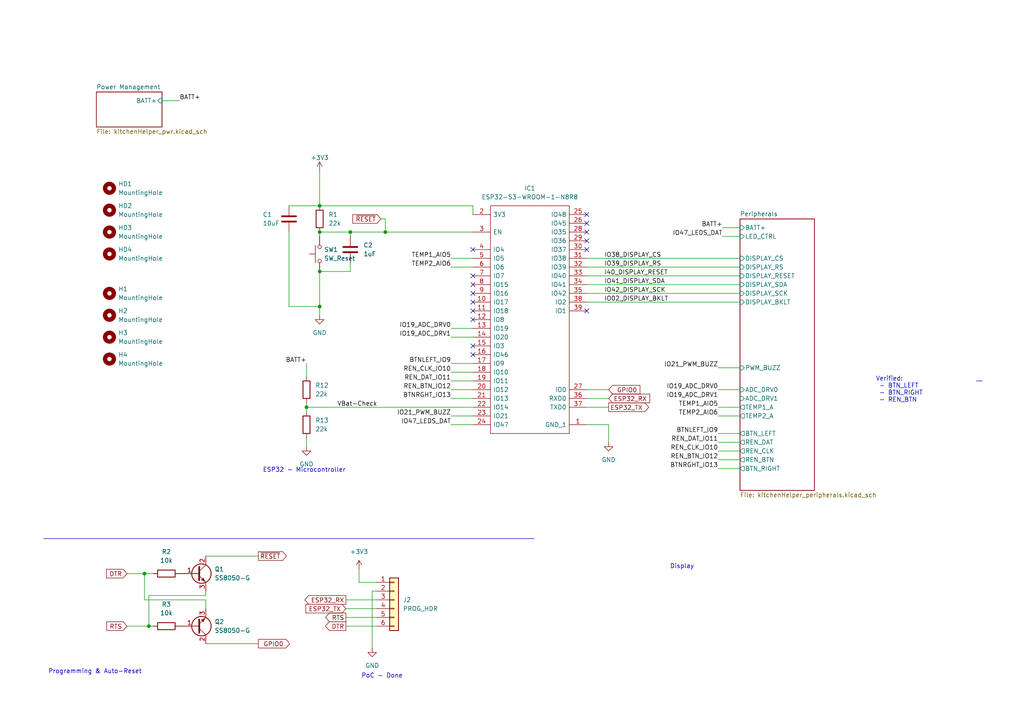
<source format=kicad_sch>
(kicad_sch (version 20211123) (generator eeschema)
  (paper "A4")
  (title_block (title "Kitchen Helper") (rev "1") (company "chof.org"))
  (lib_symbols
    (symbol "Connector_Generic:Conn_01x06" (pin_names (offset 1.016) hide)
      (property "Reference" "J" (at 0 7.62 0))
      (property "Value" "Conn_01x06" (at 0 -10.16 0))
      (symbol "Conn_01x06_1_1"
        (rectangle (start -1.27 -7.493) (end 0 -7.747) (stroke (width 0.1524)))
        (rectangle (start -1.27 -4.953) (end 0 -5.207) (stroke (width 0.1524)))
        (rectangle (start -1.27 -2.413) (end 0 -2.667) (stroke (width 0.1524)))
        (rectangle (start -1.27 0.127) (end 0 -0.127) (stroke (width 0.1524)))
        (rectangle (start -1.27 2.667) (end 0 2.413) (stroke (width 0.1524)))
        (rectangle (start -1.27 5.207) (end 0 4.953) (stroke (width 0.1524)))
        (rectangle (start -1.27 6.35) (end 1.27 -8.89) (stroke (width 0.254)) (fill (type background)))
        (pin passive line (at -5.08 5.08 0) (length 3.81) (name "Pin_1") (number "1"))
        (pin passive line (at -5.08 2.54 0) (length 3.81) (name "Pin_2") (number "2"))
        (pin passive line (at -5.08 0 0) (length 3.81) (name "Pin_3") (number "3"))
        (pin passive line (at -5.08 -2.54 0) (length 3.81) (name "Pin_4") (number "4"))
        (pin passive line (at -5.08 -5.08 0) (length 3.81) (name "Pin_5") (number "5"))
        (pin passive line (at -5.08 -7.62 0) (length 3.81) (name "Pin_6") (number "6"))
      )
    )
    (symbol "Device:C" (pin_numbers hide) (pin_names (offset 0.254))
      (property "Reference" "C" (at 0.635 2.54 0))
      (property "Value" "C" (at 0.635 -2.54 0))
      (symbol "C_0_1"
        (polyline (pts (xy -2.032 -0.762) (xy 2.032 -0.762)) (stroke (width 0.508)))
        (polyline (pts (xy -2.032 0.762) (xy 2.032 0.762)) (stroke (width 0.508)))
      )
      (symbol "C_1_1"
        (pin passive line (at 0 3.81 270) (length 2.794) (name "~") (number "1"))
        (pin passive line (at 0 -3.81 90) (length 2.794) (name "~") (number "2"))
      )
    )
    (symbol "Device:Q_NPN_BCE" (pin_names (offset 0) hide)
      (property "Reference" "Q" (at 5.08 1.27 0))
      (property "Value" "Q_NPN_BCE" (at 5.08 -1.27 0))
      (symbol "Q_NPN_BCE_0_1"
        (polyline (pts (xy 0.635 0.635) (xy 2.54 2.54)))
        (polyline (pts (xy 0.635 -0.635) (xy 2.54 -2.54) (xy 2.54 -2.54)))
        (polyline (pts (xy 0.635 1.905) (xy 0.635 -1.905) (xy 0.635 -1.905)) (stroke (width 0.508)))
        (polyline (pts (xy 1.27 -1.778) (xy 1.778 -1.27) (xy 2.286 -2.286) (xy 1.27 -1.778) (xy 1.27 -1.778)) (fill (type outline)))
        (circle (center 1.27 0) (radius 2.8194) (stroke (width 0.254)))
      )
      (symbol "Q_NPN_BCE_1_1"
        (pin input line (at -5.08 0 0) (length 5.715) (name "B") (number "1"))
        (pin passive line (at 2.54 5.08 270) (length 2.54) (name "C") (number "2"))
        (pin passive line (at 2.54 -5.08 90) (length 2.54) (name "E") (number "3"))
      )
    )
    (symbol "Device:R" (pin_numbers hide) (pin_names (offset 0))
      (property "Reference" "R" (at 2.032 0 90))
      (property "Value" "R" (at 0 0 90))
      (symbol "R_0_1"
        (rectangle (start -1.016 -2.54) (end 1.016 2.54) (stroke (width 0.254)))
      )
      (symbol "R_1_1"
        (pin passive line (at 0 3.81 270) (length 1.27) (name "~") (number "1"))
        (pin passive line (at 0 -3.81 90) (length 1.27) (name "~") (number "2"))
      )
    )
    (symbol "ESP32-S3-WROOM-1-N8R8:ESP32-S3-WROOM-1-N8R8" (pin_names (offset 0.762))
      (property "Reference" "IC" (at 12.7 36.83 0))
      (property "Value" "ESP32-S3-WROOM-1-N8R8" (at 12.7 34.29 0))
      (symbol "ESP32-S3-WROOM-1-N8R8_0_0"
        (pin power_in line (at 16.51 -31.75 180) (length 5.08) (name "GND_1") (number "1"))
        (pin bidirectional line (at -16.51 3.81 0) (length 5.08) (name "IO17") (number "10"))
        (pin bidirectional line (at -16.51 1.27 0) (length 5.08) (name "IO18") (number "11"))
        (pin bidirectional line (at -16.51 -1.27 0) (length 5.08) (name "IO8") (number "12"))
        (pin bidirectional line (at -16.51 -3.81 0) (length 5.08) (name "IO19") (number "13"))
        (pin bidirectional line (at -16.51 -6.35 0) (length 5.08) (name "IO20") (number "14"))
        (pin bidirectional line (at -16.51 -8.89 0) (length 5.08) (name "IO3") (number "15"))
        (pin bidirectional line (at -16.51 -11.43 0) (length 5.08) (name "IO46") (number "16"))
        (pin bidirectional line (at -16.51 -13.97 0) (length 5.08) (name "IO9") (number "17"))
        (pin bidirectional line (at -16.51 -16.51 0) (length 5.08) (name "IO10") (number "18"))
        (pin bidirectional line (at -16.51 -19.05 0) (length 5.08) (name "IO11") (number "19"))
        (pin power_in line (at -16.51 29.21 0) (length 5.08) (name "3V3") (number "2"))
        (pin bidirectional line (at -16.51 -21.59 0) (length 5.08) (name "IO12") (number "20"))
        (pin bidirectional line (at -16.51 -24.13 0) (length 5.08) (name "IO13") (number "21"))
        (pin bidirectional line (at -16.51 -26.67 0) (length 5.08) (name "IO14") (number "22"))
        (pin bidirectional line (at -16.51 -29.21 0) (length 5.08) (name "IO21") (number "23"))
        (pin bidirectional line (at -16.51 -31.75 0) (length 5.08) (name "IO47") (number "24"))
        (pin bidirectional line (at 16.51 29.21 180) (length 5.08) (name "IO48") (number "25"))
        (pin bidirectional line (at 16.51 26.67 180) (length 5.08) (name "IO45") (number "26"))
        (pin bidirectional line (at 16.51 -21.59 180) (length 5.08) (name "IO0") (number "27"))
        (pin bidirectional line (at 16.51 24.13 180) (length 5.08) (name "IO35") (number "28"))
        (pin bidirectional line (at 16.51 21.59 180) (length 5.08) (name "IO36") (number "29"))
        (pin input line (at -16.51 24.13 0) (length 5.08) (name "EN") (number "3"))
        (pin bidirectional line (at 16.51 19.05 180) (length 5.08) (name "IO37") (number "30"))
        (pin bidirectional line (at 16.51 16.51 180) (length 5.08) (name "IO38") (number "31"))
        (pin bidirectional line (at 16.51 13.97 180) (length 5.08) (name "IO39") (number "32"))
        (pin bidirectional line (at 16.51 11.43 180) (length 5.08) (name "IO40") (number "33"))
        (pin bidirectional line (at 16.51 8.89 180) (length 5.08) (name "IO41") (number "34"))
        (pin bidirectional line (at 16.51 6.35 180) (length 5.08) (name "IO42") (number "35"))
        (pin bidirectional line (at 16.51 -24.13 180) (length 5.08) (name "RXD0") (number "36"))
        (pin bidirectional line (at 16.51 -26.67 180) (length 5.08) (name "TXD0") (number "37"))
        (pin bidirectional line (at 16.51 3.81 180) (length 5.08) (name "IO2") (number "38"))
        (pin bidirectional line (at 16.51 1.27 180) (length 5.08) (name "IO1") (number "39"))
        (pin bidirectional line (at -16.51 19.05 0) (length 5.08) (name "IO4") (number "4"))
        (pin bidirectional line (at -16.51 16.51 0) (length 5.08) (name "IO5") (number "5"))
        (pin bidirectional line (at -16.51 13.97 0) (length 5.08) (name "IO6") (number "6"))
        (pin bidirectional line (at -16.51 11.43 0) (length 5.08) (name "IO7") (number "7"))
        (pin bidirectional line (at -16.51 8.89 0) (length 5.08) (name "IO15") (number "8"))
        (pin bidirectional line (at -16.51 6.35 0) (length 5.08) (name "IO16") (number "9"))
      )
      (symbol "ESP32-S3-WROOM-1-N8R8_0_1"
        (polyline (pts (xy -11.43 31.75) (xy 11.43 31.75) (xy 11.43 -34.29) (xy -11.43 -34.29) (xy -11.43 31.75)) (stroke (width 0.1524)))
      )
    )
    (symbol "Mechanical:MountingHole" (pin_names (offset 1.016))
      (property "Reference" "H" (at 0 5.08 0))
      (property "Value" "MountingHole" (at 0 3.175 0))
      (symbol "MountingHole_0_1"
        (circle (center 0 0) (radius 1.27) (stroke (width 1.27)))
      )
    )
    (symbol "Switch:SW_Push" (pin_numbers hide) (pin_names (offset 1.016) hide)
      (property "Reference" "SW" (at 1.27 2.54 0))
      (property "Value" "SW_Push" (at 0 -1.524 0))
      (symbol "SW_Push_0_1"
        (circle (center -2.032 0) (radius 0.508))
        (polyline (pts (xy 0 1.27) (xy 0 3.048)))
        (polyline (pts (xy 2.54 1.27) (xy -2.54 1.27)))
        (circle (center 2.032 0) (radius 0.508))
        (pin passive line (at -5.08 0 0) (length 2.54) (name "1") (number "1"))
        (pin passive line (at 5.08 0 180) (length 2.54) (name "2") (number "2"))
      )
    )
    (symbol "power:+3.3V" (power) (pin_names (offset 0))
      (property "Value" "+3.3V" (at 0 3.556 0))
      (symbol "+3.3V_0_1"
        (polyline (pts (xy -0.762 1.27) (xy 0 2.54)))
        (polyline (pts (xy 0 0) (xy 0 2.54)))
        (polyline (pts (xy 0 2.54) (xy 0.762 1.27)))
      )
      (symbol "+3.3V_1_1"
        (pin power_in line (at 0 0 90) (length 0) hide (name "+3V3") (number "1"))
      )
    )
    (symbol "power:+3V3" (power) (pin_names (offset 0))
      (property "Value" "+3V3" (at 0 3.556 0))
      (symbol "+3V3_0_1"
        (polyline (pts (xy -0.762 1.27) (xy 0 2.54)))
        (polyline (pts (xy 0 0) (xy 0 2.54)))
        (polyline (pts (xy 0 2.54) (xy 0.762 1.27)))
      )
      (symbol "+3V3_1_1"
        (pin power_in line (at 0 0 90) (length 0) hide (name "+3V3") (number "1"))
      )
    )
    (symbol "power:GND" (power) (pin_names (offset 0))
      (property "Value" "GND" (at 0 -3.81 0))
      (symbol "GND_0_1"
        (polyline (pts (xy 0 0) (xy 0 -1.27) (xy 1.27 -1.27) (xy 0 -2.54) (xy -1.27 -1.27) (xy 0 -1.27)))
      )
      (symbol "GND_1_1"
        (pin power_in line (at 0 0 270) (length 0) hide (name "GND") (number "1"))
      )
    )
  )
  (junction (at 88.9 118.11))
  (junction (at 111.76 67.31))
  (junction (at 92.71 88.9))
  (junction (at 92.71 78.74))
  (junction (at 43.18 181.61))
  (junction (at 92.71 59.69))
  (junction (at 41.91 166.37))
  (junction (at 92.71 67.31))
  (junction (at 101.6 67.31))
  (no_connect (at 170.18 69.85))
  (no_connect (at 137.16 80.01))
  (no_connect (at 170.18 90.17))
  (no_connect (at 137.16 87.63))
  (no_connect (at 137.16 102.87))
  (no_connect (at 137.16 90.17))
  (no_connect (at 170.18 72.39))
  (no_connect (at 170.18 67.31))
  (no_connect (at 170.18 62.23))
  (no_connect (at 170.18 64.77))
  (no_connect (at 137.16 92.71))
  (no_connect (at 137.16 82.55))
  (no_connect (at 137.16 72.39))
  (no_connect (at 137.16 85.09))
  (no_connect (at 137.16 100.33))
  (wire (pts (xy 111.76 67.31) (xy 137.16 67.31)))
  (wire (pts (xy 130.81 110.49) (xy 137.16 110.49)))
  (wire (pts (xy 104.14 165.1) (xy 104.14 168.91)))
  (wire (pts (xy 130.81 95.25) (xy 137.16 95.25)))
  (wire (pts (xy 209.55 66.04) (xy 214.63 66.04)))
  (wire (pts (xy 176.53 123.19) (xy 176.53 128.27)))
  (wire (pts (xy 170.18 123.19) (xy 176.53 123.19)))
  (wire (pts (xy 101.6 76.2) (xy 101.6 78.74)))
  (wire (pts (xy 88.9 118.11) (xy 88.9 119.38)))
  (wire (pts (xy 100.33 179.07) (xy 109.22 179.07)))
  (wire (pts (xy 130.81 115.57) (xy 137.16 115.57)))
  (wire (pts (xy 130.81 74.93) (xy 137.16 74.93)))
  (wire (pts (xy 92.71 78.74) (xy 92.71 88.9)))
  (wire (pts (xy 100.33 173.99) (xy 109.22 173.99)))
  (wire (pts (xy 130.81 113.03) (xy 137.16 113.03)))
  (wire (pts (xy 88.9 116.84) (xy 88.9 118.11)))
  (wire (pts (xy 170.18 77.47) (xy 214.63 77.47)))
  (wire (pts (xy 130.81 77.47) (xy 137.16 77.47)))
  (wire (pts (xy 41.91 173.99) (xy 59.69 173.99)))
  (wire (pts (xy 130.81 107.95) (xy 137.16 107.95)))
  (wire (pts (xy 88.9 118.11) (xy 137.16 118.11)))
  (wire (pts (xy 208.28 120.65) (xy 214.63 120.65)))
  (wire (pts (xy 36.83 181.61) (xy 43.18 181.61)))
  (polyline (pts (xy 283.21 110.49) (xy 285.0197 110.4809)))
  (wire (pts (xy 101.6 67.31) (xy 111.76 67.31)))
  (wire (pts (xy 43.18 172.72) (xy 43.18 181.61)))
  (wire (pts (xy 130.81 97.79) (xy 137.16 97.79)))
  (wire (pts (xy 92.71 67.31) (xy 101.6 67.31)))
  (wire (pts (xy 92.71 78.74) (xy 101.6 78.74)))
  (wire (pts (xy 59.69 173.99) (xy 59.69 176.53)))
  (wire (pts (xy 130.81 120.65) (xy 137.16 120.65)))
  (wire (pts (xy 209.55 68.58) (xy 214.63 68.58)))
  (wire (pts (xy 208.28 128.27) (xy 214.63 128.27)))
  (wire (pts (xy 170.18 80.01) (xy 214.63 80.01)))
  (wire (pts (xy 170.18 87.63) (xy 214.63 87.63)))
  (wire (pts (xy 43.18 181.61) (xy 44.45 181.61)))
  (wire (pts (xy 111.76 63.5) (xy 111.76 67.31)))
  (wire (pts (xy 59.69 186.69) (xy 74.93 186.69)))
  (wire (pts (xy 100.33 176.53) (xy 109.22 176.53)))
  (wire (pts (xy 88.9 127) (xy 88.9 129.54)))
  (wire (pts (xy 46.99 29.21) (xy 52.07 29.21)))
  (wire (pts (xy 208.28 125.73) (xy 214.63 125.73)))
  (wire (pts (xy 92.71 49.53) (xy 92.71 59.69)))
  (wire (pts (xy 36.83 166.37) (xy 41.91 166.37)))
  (wire (pts (xy 59.69 171.45) (xy 59.69 172.72)))
  (wire (pts (xy 130.81 123.19) (xy 137.16 123.19)))
  (wire (pts (xy 170.18 115.57) (xy 176.53 115.57)))
  (wire (pts (xy 208.28 113.03) (xy 214.63 113.03)))
  (wire (pts (xy 109.22 171.45) (xy 107.95 171.45)))
  (wire (pts (xy 83.82 59.69) (xy 92.71 59.69)))
  (wire (pts (xy 88.9 105.41) (xy 88.9 109.22)))
  (wire (pts (xy 43.18 172.72) (xy 59.69 172.72)))
  (wire (pts (xy 83.82 67.31) (xy 83.82 88.9)))
  (wire (pts (xy 208.28 135.89) (xy 214.63 135.89)))
  (wire (pts (xy 100.33 181.61) (xy 109.22 181.61)))
  (wire (pts (xy 208.28 130.81) (xy 214.63 130.81)))
  (wire (pts (xy 137.16 59.69) (xy 137.16 62.23)))
  (wire (pts (xy 101.6 67.31) (xy 101.6 68.58)))
  (wire (pts (xy 130.81 105.41) (xy 137.16 105.41)))
  (wire (pts (xy 83.82 88.9) (xy 92.71 88.9)))
  (wire (pts (xy 170.18 118.11) (xy 176.53 118.11)))
  (wire (pts (xy 59.69 161.29) (xy 74.93 161.29)))
  (wire (pts (xy 208.28 106.68) (xy 214.63 106.68)))
  (wire (pts (xy 92.71 59.69) (xy 137.16 59.69)))
  (wire (pts (xy 170.18 82.55) (xy 214.63 82.55)))
  (wire (pts (xy 107.95 171.45) (xy 107.95 187.96)))
  (wire (pts (xy 41.91 166.37) (xy 44.45 166.37)))
  (wire (pts (xy 110.49 63.5) (xy 111.76 63.5)))
  (wire (pts (xy 104.14 168.91) (xy 109.22 168.91)))
  (wire (pts (xy 208.28 118.11) (xy 214.63 118.11)))
  (wire (pts (xy 170.18 74.93) (xy 214.63 74.93)))
  (wire (pts (xy 92.71 67.31) (xy 92.71 68.58)))
  (wire (pts (xy 170.18 85.09) (xy 214.63 85.09)))
  (wire (pts (xy 92.71 88.9) (xy 92.71 91.44)))
  (polyline (pts (xy 12.7 156.21) (xy 154.94 156.21)) (stroke (width 0) (type solid)))
  (wire (pts (xy 170.18 113.03) (xy 176.53 113.03)))
  (wire (pts (xy 208.28 133.35) (xy 214.63 133.35)))
  (wire (pts (xy 41.91 166.37) (xy 41.91 173.99)))
  (text "Verified: \n - BTN_LEFT\n - BTN_RIGHT\n - REN_BTN" (at 254 116.84 0) (effects (font (size 1.27 1.27)) (justify left bottom)))
  (text "Display" (at 194.31 165.1 0) (effects (font (size 1.27 1.27)) (justify left bottom)))
  (text "ESP32 - Microcontroller" (at 76.2 137.16 0) (effects (font (size 1.27 1.27)) (justify left bottom)))
  (text "PoC - Done" (at 116.84 196.85 180) (effects (font (size 1.27 1.27)) (justify right bottom)))
  (text "Programming & Auto-Reset" (at 13.97 195.58 0) (effects (font (size 1.27 1.27)) (justify left bottom)))
  (label "REN_DAT_IO11" (at 130.81 110.49 180))
  (label "IO38_DISPLAY_CS" (at 175.26 74.93 0))
  (label "BATT+" (at 52.07 29.21 0))
  (label "TEMP1_AIO5" (at 130.81 74.93 180))
  (label "TEMP1_AIO5" (at 208.28 118.11 180))
  (label "BATT+" (at 88.9 105.41 180))
  (label "IO02_DISPLAY_BKLT" (at 175.26 87.63 0))
  (label "BATT+" (at 209.55 66.04 180))
  (label "IO19_ADC_DRV1" (at 208.28 115.57 180))
  (label "IO19_ADC_DRV1" (at 130.81 97.79 180))
  (label "IO42_DISPLAY_SCK" (at 175.26 85.09 0))
  (label "IO47_LEDS_DAT" (at 130.81 123.19 180))
  (label "IO19_ADC_DRV0" (at 130.81 95.25 180))
  (label "I40_DISPLAY_RESET" (at 175.26 80.01 0))
  (label "IO19_ADC_DRV0" (at 208.28 113.03 180))
  (label "REN_CLK_IO10" (at 208.28 130.81 180))
  (label "BTNRGHT_IO13" (at 208.28 135.89 180))
  (label "IO39_DISPLAY_RS" (at 175.26 77.47 0))
  (label "BTNRGHT_IO13" (at 130.81 115.57 180))
  (label "IO47_LEDS_DAT" (at 209.55 68.58 180))
  (label "TEMP2_AIO6" (at 130.81 77.47 180))
  (label "IO21_PWM_BUZZ" (at 208.28 106.68 180))
  (label "REN_DAT_IO11" (at 208.28 128.27 180))
  (label "BTNLEFT_IO9" (at 208.28 125.73 180))
  (label "IO41_DISPLAY_SDA" (at 175.26 82.55 0))
  (label "VBat-Check" (at 97.79 118.11 0))
  (label "IO21_PWM_BUZZ" (at 130.81 120.65 180))
  (label "REN_BTN_IO12" (at 208.28 133.35 180))
  (label "BTNLEFT_IO9" (at 130.81 105.41 180))
  (label "REN_CLK_IO10" (at 130.81 107.95 180))
  (label "TEMP2_AIO6" (at 208.28 120.65 180))
  (label "REN_BTN_IO12" (at 130.81 113.03 180))
  (global_label "~{RESET}" (shape input) (at 110.49 63.5 180) (property "Intersheet References" "${INTERSHEET_REFS}" (effects hide)))
  (global_label "DTR" (shape input) (at 36.83 166.37 180) (property "Intersheet References" "${INTERSHEET_REFS}" (effects hide)))
  (global_label "ESP32_TX" (shape output) (at 176.53 118.11 0) (property "Intersheet References" "${INTERSHEET_REFS}" (effects hide)))
  (global_label " GPIO0" (shape output) (at 74.93 186.69 0) (property "Intersheet References" "${INTERSHEET_REFS}" (effects hide)))
  (global_label "~{RESET}" (shape output) (at 74.93 161.29 0) (property "Intersheet References" "${INTERSHEET_REFS}" (effects hide)))
  (global_label "ESP32_TX" (shape input) (at 100.33 176.53 180) (property "Intersheet References" "${INTERSHEET_REFS}" (effects hide)))
  (global_label "DTR" (shape output) (at 100.33 181.61 180) (property "Intersheet References" "${INTERSHEET_REFS}" (effects hide)))
  (global_label " GPIO0" (shape input) (at 176.53 113.03 0) (property "Intersheet References" "${INTERSHEET_REFS}" (effects hide)))
  (global_label "ESP32_RX" (shape input) (at 176.53 115.57 0) (property "Intersheet References" "${INTERSHEET_REFS}" (effects hide)))
  (global_label "RTS" (shape output) (at 100.33 179.07 180) (property "Intersheet References" "${INTERSHEET_REFS}" (effects hide)))
  (global_label "RTS" (shape input) (at 36.83 181.61 180) (property "Intersheet References" "${INTERSHEET_REFS}" (effects hide)))
  (global_label "ESP32_RX" (shape output) (at 100.33 173.99 180) (property "Intersheet References" "${INTERSHEET_REFS}" (effects hide)))
  (symbol (lib_id "power:+3V3") (at 92.71 49.53 0) (unit 1)
    (property "Reference" "#PWR0101" (effects hide))
    (property "Value" "+3V3" (at 92.71 45.72 0))
  )
  (symbol (lib_id "power:+3.3V") (at 104.14 165.1 0) (unit 1)
    (property "Reference" "#PWR0105" (effects hide))
    (property "Value" "+3.3V" (at 104.14 160.02 0))
  )
  (symbol (lib_id "Mechanical:MountingHole") (at 31.75 67.31 0) (unit 1)
    (property "Reference" "HD3" (at 34.29 66.0399 0) (effects (justify left)))
    (property "Value" "MountingHole" (at 34.29 68.5799 0) (effects (justify left)))
    (property "Footprint" "MountingHole:MountingHole_3.2mm_M3" (effects hide))
  )
  (symbol (lib_id "Device:R") (at 92.71 63.5 0) (unit 1)
    (property "Reference" "R1" (at 95.25 62.2299 0) (effects (justify left)))
    (property "Value" "22k" (at 95.25 64.7699 0) (effects (justify left)))
    (property "Footprint" "Resistor_SMD:R_0603_1608Metric_Pad0.98x0.95mm_HandSolder" (effects hide))
  )
  (symbol (lib_id "Device:Q_NPN_BCE") (at 57.15 166.37 0) (unit 1)
    (property "Reference" "Q1" (at 62.23 165.0999 0) (effects (justify left)))
    (property "Value" "SS8050-G" (at 62.23 167.6399 0) (effects (justify left)))
    (property "Footprint" "Package_TO_SOT_SMD:SOT-23" (effects hide))
  )
  (symbol (lib_id "Mechanical:MountingHole") (at 31.75 104.14 0) (unit 1)
    (property "Reference" "H4" (at 34.29 102.8699 0) (effects (justify left)))
    (property "Value" "MountingHole" (at 34.29 105.4099 0) (effects (justify left)))
    (property "Footprint" "MountingHole:MountingHole_3mm_Pad" (effects hide))
  )
  (symbol (lib_id "Device:C") (at 83.82 63.5 0) (unit 1)
    (property "Reference" "C1" (at 76.2 62.23 0) (effects (justify left)))
    (property "Value" "10uF" (at 76.2 64.77 0) (effects (justify left)))
    (property "Footprint" "Capacitor_SMD:C_0603_1608Metric_Pad1.08x0.95mm_HandSolder" (effects hide))
  )
  (symbol (lib_id "ESP32-S3-WROOM-1-N8R8:ESP32-S3-WROOM-1-N8R8") (at 153.67 91.44 0) (unit 1)
    (property "Reference" "IC1" (at 153.67 54.61 0))
    (property "Value" "ESP32-S3-WROOM-1-N8R8" (at 153.67 57.15 0))
    (property "Footprint" "footprints:ESP32S3WROOM1N8R8" (effects hide))
    (property "Datasheet" "https://www.espressif.com/sites/default/files/documentation/esp32-s3-wroom-1_wroom-1u_datasheet_en.pdf" (effects hide))
    (property "Description" "WiFi Modules - 802.11 (Engineering Samples Only) SMD Module, ESP32-S3R8 with 8 MB Octal PSRAM Die, 8 MB Quad SPI flash, PCB Antenna" (effects hide))
    (property "Height" "3.25" (effects hide))
    (property "Manufacturer_Name" "Espressif Systems" (effects hide))
    (property "Manufacturer_Part_Number" "ESP32-S3-WROOM-1-N8R8" (effects hide))
    (property "Mouser Part Number" "356-EP32S3WROOM1N8R8" (effects hide))
    (property "Mouser Price/Stock" "https://www.mouser.co.uk/ProductDetail/Espressif-Systems/ESP32-S3-WROOM-1-N8R8?qs=7D1LtPJG0i3%2F28hKFavOpQ%3D%3D" (effects hide))
  )
  (symbol (lib_id "Connector_Generic:Conn_01x06") (at 114.3 173.99 0) (unit 1)
    (property "Reference" "J2" (at 116.84 173.9899 0) (effects (justify left)))
    (property "Value" "PROG_HDR" (at 116.84 176.5299 0) (effects (justify left)))
    (property "Footprint" "Connector_PinHeader_2.54mm:PinHeader_1x06_P2.54mm_Vertical" (effects hide))
  )
  (symbol (lib_id "Device:Q_NPN_BCE") (at 57.15 181.61 0) (mirror x) (unit 1)
    (property "Reference" "Q2" (at 62.23 180.3399 0) (effects (justify left)))
    (property "Value" "SS8050-G" (at 62.23 182.8799 0) (effects (justify left)))
    (property "Footprint" "Package_TO_SOT_SMD:SOT-23" (effects hide))
  )
  (symbol (lib_id "power:GND") (at 88.9 129.54 0) (unit 1)
    (property "Reference" "#PWR0106" (effects hide))
    (property "Value" "GND" (at 88.9 134.62 0))
  )
  (symbol (lib_id "Mechanical:MountingHole") (at 31.75 54.61 0) (unit 1)
    (property "Reference" "HD1" (at 34.29 53.3399 0) (effects (justify left)))
    (property "Value" "MountingHole" (at 34.29 55.8799 0) (effects (justify left)))
    (property "Footprint" "MountingHole:MountingHole_3.2mm_M3" (effects hide))
  )
  (symbol (lib_id "Mechanical:MountingHole") (at 31.75 85.09 0) (unit 1)
    (property "Reference" "H1" (at 34.29 83.8199 0) (effects (justify left)))
    (property "Value" "MountingHole" (at 34.29 86.3599 0) (effects (justify left)))
    (property "Footprint" "MountingHole:MountingHole_3mm_Pad" (effects hide))
  )
  (symbol (lib_id "power:GND") (at 107.95 187.96 0) (unit 1)
    (property "Reference" "#PWR0104" (effects hide))
    (property "Value" "GND" (at 107.95 193.04 0))
  )
  (symbol (lib_id "Mechanical:MountingHole") (at 31.75 91.44 0) (unit 1)
    (property "Reference" "H2" (at 34.29 90.1699 0) (effects (justify left)))
    (property "Value" "MountingHole" (at 34.29 92.7099 0) (effects (justify left)))
    (property "Footprint" "MountingHole:MountingHole_3mm_Pad" (effects hide))
  )
  (symbol (lib_id "Device:R") (at 48.26 166.37 90) (unit 1)
    (property "Reference" "R2" (at 48.26 160.02 90))
    (property "Value" "10k" (at 48.26 162.56 90))
    (property "Footprint" "Resistor_SMD:R_0603_1608Metric_Pad0.98x0.95mm_HandSolder" (effects hide))
  )
  (symbol (lib_id "Device:R") (at 48.26 181.61 90) (unit 1)
    (property "Reference" "R3" (at 48.26 175.26 90))
    (property "Value" "10k" (at 48.26 177.8 90))
    (property "Footprint" "Resistor_SMD:R_0603_1608Metric_Pad0.98x0.95mm_HandSolder" (effects hide))
  )
  (symbol (lib_id "power:GND") (at 92.71 91.44 0) (unit 1)
    (property "Reference" "#PWR0102" (effects hide))
    (property "Value" "GND" (at 92.71 96.52 0))
  )
  (symbol (lib_id "Mechanical:MountingHole") (at 31.75 60.96 0) (unit 1)
    (property "Reference" "HD2" (at 34.29 59.6899 0) (effects (justify left)))
    (property "Value" "MountingHole" (at 34.29 62.2299 0) (effects (justify left)))
    (property "Footprint" "MountingHole:MountingHole_3.2mm_M3" (effects hide))
  )
  (symbol (lib_id "Device:R") (at 88.9 123.19 0) (unit 1)
    (property "Reference" "R13" (at 91.44 121.9199 0) (effects (justify left)))
    (property "Value" "22k" (at 91.44 124.4599 0) (effects (justify left)))
    (property "Footprint" "Resistor_SMD:R_0603_1608Metric_Pad0.98x0.95mm_HandSolder" (effects hide))
  )
  (symbol (lib_id "Mechanical:MountingHole") (at 31.75 73.66 0) (unit 1)
    (property "Reference" "HD4" (at 34.29 72.3899 0) (effects (justify left)))
    (property "Value" "MountingHole" (at 34.29 74.9299 0) (effects (justify left)))
    (property "Footprint" "MountingHole:MountingHole_3.2mm_M3" (effects hide))
  )
  (symbol (lib_id "power:GND") (at 176.53 128.27 0) (unit 1)
    (property "Reference" "#PWR0103" (effects hide))
    (property "Value" "GND" (at 176.53 133.35 0))
  )
  (symbol (lib_id "Device:C") (at 101.6 72.39 0) (unit 1)
    (property "Reference" "C2" (at 105.41 71.1199 0) (effects (justify left)))
    (property "Value" "1uF" (at 105.41 73.6599 0) (effects (justify left)))
    (property "Footprint" "Capacitor_SMD:C_0603_1608Metric_Pad1.08x0.95mm_HandSolder" (effects hide))
  )
  (symbol (lib_id "Device:R") (at 88.9 113.03 0) (unit 1)
    (property "Reference" "R12" (at 91.44 111.7599 0) (effects (justify left)))
    (property "Value" "22k" (at 91.44 114.2999 0) (effects (justify left)))
    (property "Footprint" "Resistor_SMD:R_0603_1608Metric_Pad0.98x0.95mm_HandSolder" (effects hide))
  )
  (symbol (lib_id "Switch:SW_Push") (at 92.71 73.66 90) (unit 1)
    (property "Reference" "SW1" (at 93.98 72.3899 90) (effects (justify right)))
    (property "Value" "SW_Reset" (at 93.98 74.9299 90) (effects (justify right)))
    (property "Footprint" "Button_Switch_THT:SW_PUSH_6mm" (effects hide))
  )
  (symbol (lib_id "Mechanical:MountingHole") (at 31.75 97.79 0) (unit 1)
    (property "Reference" "H3" (at 34.29 96.5199 0) (effects (justify left)))
    (property "Value" "MountingHole" (at 34.29 99.0599 0) (effects (justify left)))
    (property "Footprint" "MountingHole:MountingHole_3mm_Pad" (effects hide))
  )
  (sheet (at 214.63 63.5) (size 21.59 78.74) (stroke (width 0.1524))
    (property "Sheet name" "Peripherals" (at 214.63 62.7884 0) (effects (justify left bottom)))
    (property "Sheet file" "kitchenHelper_peripherals.kicad_sch" (at 214.63 142.8246 0) (effects (justify left top)))
    (pin "BATT+" input (at 214.63 66.04 180))
    (pin "REN_BTN" output (at 214.63 133.35 180))
    (pin "REN_CLK" output (at 214.63 130.81 180))
    (pin "REN_DAT" output (at 214.63 128.27 180))
    (pin "BTN_RIGHT" output (at 214.63 135.89 180))
    (pin "BTN_LEFT" output (at 214.63 125.73 180))
    (pin "LED_CTRL" input (at 214.63 68.58 180))
    (pin "DISPLAY_CS" input (at 214.63 74.93 180))
    (pin "DISPLAY_BKLT" input (at 214.63 87.63 180))
    (pin "DISPLAY_SCK" input (at 214.63 85.09 180))
    (pin "DISPLAY_RESET" input (at 214.63 80.01 180))
    (pin "DISPLAY_SDA" input (at 214.63 82.55 180))
    (pin "DISPLAY_RS" input (at 214.63 77.47 180))
    (pin "PWM_BUZZ" input (at 214.63 106.68 180))
    (pin "TEMP1_A" output (at 214.63 118.11 180))
    (pin "TEMP2_A" output (at 214.63 120.65 180))
    (pin "ADC_DRV0" input (at 214.63 113.03 180))
    (pin "ADC_DRV1" input (at 214.63 115.57 180))
  )
  (sheet (at 27.94 26.67) (size 19.05 10.16) (stroke (width 0.1524))
    (property "Sheet name" "Power Management" (at 27.94 25.9584 0) (effects (justify left bottom)))
    (property "Sheet file" "kitchenHelper_pwr.kicad_sch" (at 27.94 37.4146 0) (effects (justify left top)))
    (pin "BATT+" input (at 46.99 29.21 0))
  )
)
</source>
